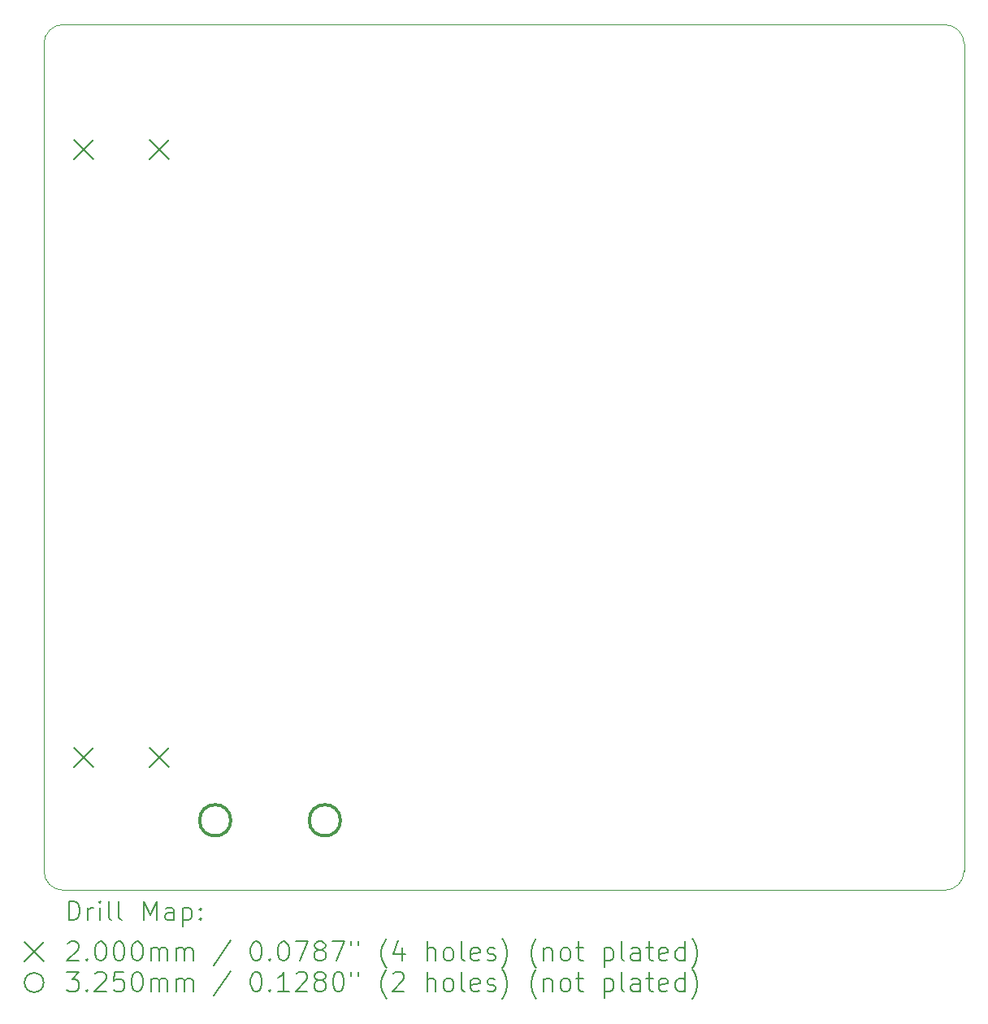
<source format=gbr>
%TF.GenerationSoftware,KiCad,Pcbnew,8.0.5*%
%TF.CreationDate,2025-04-09T01:05:41+01:00*%
%TF.ProjectId,OBC2,4f424332-2e6b-4696-9361-645f70636258,A*%
%TF.SameCoordinates,Original*%
%TF.FileFunction,Drillmap*%
%TF.FilePolarity,Positive*%
%FSLAX45Y45*%
G04 Gerber Fmt 4.5, Leading zero omitted, Abs format (unit mm)*
G04 Created by KiCad (PCBNEW 8.0.5) date 2025-04-09 01:05:41*
%MOMM*%
%LPD*%
G01*
G04 APERTURE LIST*
%ADD10C,0.050000*%
%ADD11C,0.200000*%
%ADD12C,0.325000*%
G04 APERTURE END LIST*
D10*
X14588500Y-13817000D02*
G75*
G02*
X14388500Y-14017000I-200000J0D01*
G01*
X14388500Y-14017000D02*
X5200000Y-14017000D01*
X5000000Y-13817000D02*
X5000000Y-5200000D01*
X14388500Y-5000000D02*
G75*
G02*
X14588500Y-5200000I0J-200000D01*
G01*
X14588500Y-5200000D02*
X14588500Y-13817000D01*
X5000000Y-5200000D02*
G75*
G02*
X5200000Y-5000000I200000J0D01*
G01*
X5200000Y-14017000D02*
G75*
G02*
X5000000Y-13817000I0J200000D01*
G01*
X5200000Y-5000000D02*
X14388500Y-5000000D01*
D11*
X5314500Y-6198500D02*
X5514500Y-6398500D01*
X5514500Y-6198500D02*
X5314500Y-6398500D01*
X5314500Y-12533500D02*
X5514500Y-12733500D01*
X5514500Y-12533500D02*
X5314500Y-12733500D01*
X6101500Y-6198500D02*
X6301500Y-6398500D01*
X6301500Y-6198500D02*
X6101500Y-6398500D01*
X6101500Y-12533500D02*
X6301500Y-12733500D01*
X6301500Y-12533500D02*
X6101500Y-12733500D01*
D12*
X6946500Y-13289000D02*
G75*
G02*
X6621500Y-13289000I-162500J0D01*
G01*
X6621500Y-13289000D02*
G75*
G02*
X6946500Y-13289000I162500J0D01*
G01*
X8089500Y-13289000D02*
G75*
G02*
X7764500Y-13289000I-162500J0D01*
G01*
X7764500Y-13289000D02*
G75*
G02*
X8089500Y-13289000I162500J0D01*
G01*
D11*
X5258277Y-14330984D02*
X5258277Y-14130984D01*
X5258277Y-14130984D02*
X5305896Y-14130984D01*
X5305896Y-14130984D02*
X5334467Y-14140508D01*
X5334467Y-14140508D02*
X5353515Y-14159555D01*
X5353515Y-14159555D02*
X5363039Y-14178603D01*
X5363039Y-14178603D02*
X5372563Y-14216698D01*
X5372563Y-14216698D02*
X5372563Y-14245269D01*
X5372563Y-14245269D02*
X5363039Y-14283365D01*
X5363039Y-14283365D02*
X5353515Y-14302412D01*
X5353515Y-14302412D02*
X5334467Y-14321460D01*
X5334467Y-14321460D02*
X5305896Y-14330984D01*
X5305896Y-14330984D02*
X5258277Y-14330984D01*
X5458277Y-14330984D02*
X5458277Y-14197650D01*
X5458277Y-14235746D02*
X5467801Y-14216698D01*
X5467801Y-14216698D02*
X5477324Y-14207174D01*
X5477324Y-14207174D02*
X5496372Y-14197650D01*
X5496372Y-14197650D02*
X5515420Y-14197650D01*
X5582086Y-14330984D02*
X5582086Y-14197650D01*
X5582086Y-14130984D02*
X5572563Y-14140508D01*
X5572563Y-14140508D02*
X5582086Y-14150031D01*
X5582086Y-14150031D02*
X5591610Y-14140508D01*
X5591610Y-14140508D02*
X5582086Y-14130984D01*
X5582086Y-14130984D02*
X5582086Y-14150031D01*
X5705896Y-14330984D02*
X5686848Y-14321460D01*
X5686848Y-14321460D02*
X5677324Y-14302412D01*
X5677324Y-14302412D02*
X5677324Y-14130984D01*
X5810658Y-14330984D02*
X5791610Y-14321460D01*
X5791610Y-14321460D02*
X5782086Y-14302412D01*
X5782086Y-14302412D02*
X5782086Y-14130984D01*
X6039229Y-14330984D02*
X6039229Y-14130984D01*
X6039229Y-14130984D02*
X6105896Y-14273841D01*
X6105896Y-14273841D02*
X6172562Y-14130984D01*
X6172562Y-14130984D02*
X6172562Y-14330984D01*
X6353515Y-14330984D02*
X6353515Y-14226222D01*
X6353515Y-14226222D02*
X6343991Y-14207174D01*
X6343991Y-14207174D02*
X6324943Y-14197650D01*
X6324943Y-14197650D02*
X6286848Y-14197650D01*
X6286848Y-14197650D02*
X6267801Y-14207174D01*
X6353515Y-14321460D02*
X6334467Y-14330984D01*
X6334467Y-14330984D02*
X6286848Y-14330984D01*
X6286848Y-14330984D02*
X6267801Y-14321460D01*
X6267801Y-14321460D02*
X6258277Y-14302412D01*
X6258277Y-14302412D02*
X6258277Y-14283365D01*
X6258277Y-14283365D02*
X6267801Y-14264317D01*
X6267801Y-14264317D02*
X6286848Y-14254793D01*
X6286848Y-14254793D02*
X6334467Y-14254793D01*
X6334467Y-14254793D02*
X6353515Y-14245269D01*
X6448753Y-14197650D02*
X6448753Y-14397650D01*
X6448753Y-14207174D02*
X6467801Y-14197650D01*
X6467801Y-14197650D02*
X6505896Y-14197650D01*
X6505896Y-14197650D02*
X6524943Y-14207174D01*
X6524943Y-14207174D02*
X6534467Y-14216698D01*
X6534467Y-14216698D02*
X6543991Y-14235746D01*
X6543991Y-14235746D02*
X6543991Y-14292888D01*
X6543991Y-14292888D02*
X6534467Y-14311936D01*
X6534467Y-14311936D02*
X6524943Y-14321460D01*
X6524943Y-14321460D02*
X6505896Y-14330984D01*
X6505896Y-14330984D02*
X6467801Y-14330984D01*
X6467801Y-14330984D02*
X6448753Y-14321460D01*
X6629705Y-14311936D02*
X6639229Y-14321460D01*
X6639229Y-14321460D02*
X6629705Y-14330984D01*
X6629705Y-14330984D02*
X6620182Y-14321460D01*
X6620182Y-14321460D02*
X6629705Y-14311936D01*
X6629705Y-14311936D02*
X6629705Y-14330984D01*
X6629705Y-14207174D02*
X6639229Y-14216698D01*
X6639229Y-14216698D02*
X6629705Y-14226222D01*
X6629705Y-14226222D02*
X6620182Y-14216698D01*
X6620182Y-14216698D02*
X6629705Y-14207174D01*
X6629705Y-14207174D02*
X6629705Y-14226222D01*
X4797500Y-14559500D02*
X4997500Y-14759500D01*
X4997500Y-14559500D02*
X4797500Y-14759500D01*
X5248753Y-14570031D02*
X5258277Y-14560508D01*
X5258277Y-14560508D02*
X5277324Y-14550984D01*
X5277324Y-14550984D02*
X5324944Y-14550984D01*
X5324944Y-14550984D02*
X5343991Y-14560508D01*
X5343991Y-14560508D02*
X5353515Y-14570031D01*
X5353515Y-14570031D02*
X5363039Y-14589079D01*
X5363039Y-14589079D02*
X5363039Y-14608127D01*
X5363039Y-14608127D02*
X5353515Y-14636698D01*
X5353515Y-14636698D02*
X5239229Y-14750984D01*
X5239229Y-14750984D02*
X5363039Y-14750984D01*
X5448753Y-14731936D02*
X5458277Y-14741460D01*
X5458277Y-14741460D02*
X5448753Y-14750984D01*
X5448753Y-14750984D02*
X5439229Y-14741460D01*
X5439229Y-14741460D02*
X5448753Y-14731936D01*
X5448753Y-14731936D02*
X5448753Y-14750984D01*
X5582086Y-14550984D02*
X5601134Y-14550984D01*
X5601134Y-14550984D02*
X5620182Y-14560508D01*
X5620182Y-14560508D02*
X5629705Y-14570031D01*
X5629705Y-14570031D02*
X5639229Y-14589079D01*
X5639229Y-14589079D02*
X5648753Y-14627174D01*
X5648753Y-14627174D02*
X5648753Y-14674793D01*
X5648753Y-14674793D02*
X5639229Y-14712888D01*
X5639229Y-14712888D02*
X5629705Y-14731936D01*
X5629705Y-14731936D02*
X5620182Y-14741460D01*
X5620182Y-14741460D02*
X5601134Y-14750984D01*
X5601134Y-14750984D02*
X5582086Y-14750984D01*
X5582086Y-14750984D02*
X5563039Y-14741460D01*
X5563039Y-14741460D02*
X5553515Y-14731936D01*
X5553515Y-14731936D02*
X5543991Y-14712888D01*
X5543991Y-14712888D02*
X5534467Y-14674793D01*
X5534467Y-14674793D02*
X5534467Y-14627174D01*
X5534467Y-14627174D02*
X5543991Y-14589079D01*
X5543991Y-14589079D02*
X5553515Y-14570031D01*
X5553515Y-14570031D02*
X5563039Y-14560508D01*
X5563039Y-14560508D02*
X5582086Y-14550984D01*
X5772562Y-14550984D02*
X5791610Y-14550984D01*
X5791610Y-14550984D02*
X5810658Y-14560508D01*
X5810658Y-14560508D02*
X5820182Y-14570031D01*
X5820182Y-14570031D02*
X5829705Y-14589079D01*
X5829705Y-14589079D02*
X5839229Y-14627174D01*
X5839229Y-14627174D02*
X5839229Y-14674793D01*
X5839229Y-14674793D02*
X5829705Y-14712888D01*
X5829705Y-14712888D02*
X5820182Y-14731936D01*
X5820182Y-14731936D02*
X5810658Y-14741460D01*
X5810658Y-14741460D02*
X5791610Y-14750984D01*
X5791610Y-14750984D02*
X5772562Y-14750984D01*
X5772562Y-14750984D02*
X5753515Y-14741460D01*
X5753515Y-14741460D02*
X5743991Y-14731936D01*
X5743991Y-14731936D02*
X5734467Y-14712888D01*
X5734467Y-14712888D02*
X5724943Y-14674793D01*
X5724943Y-14674793D02*
X5724943Y-14627174D01*
X5724943Y-14627174D02*
X5734467Y-14589079D01*
X5734467Y-14589079D02*
X5743991Y-14570031D01*
X5743991Y-14570031D02*
X5753515Y-14560508D01*
X5753515Y-14560508D02*
X5772562Y-14550984D01*
X5963039Y-14550984D02*
X5982086Y-14550984D01*
X5982086Y-14550984D02*
X6001134Y-14560508D01*
X6001134Y-14560508D02*
X6010658Y-14570031D01*
X6010658Y-14570031D02*
X6020182Y-14589079D01*
X6020182Y-14589079D02*
X6029705Y-14627174D01*
X6029705Y-14627174D02*
X6029705Y-14674793D01*
X6029705Y-14674793D02*
X6020182Y-14712888D01*
X6020182Y-14712888D02*
X6010658Y-14731936D01*
X6010658Y-14731936D02*
X6001134Y-14741460D01*
X6001134Y-14741460D02*
X5982086Y-14750984D01*
X5982086Y-14750984D02*
X5963039Y-14750984D01*
X5963039Y-14750984D02*
X5943991Y-14741460D01*
X5943991Y-14741460D02*
X5934467Y-14731936D01*
X5934467Y-14731936D02*
X5924943Y-14712888D01*
X5924943Y-14712888D02*
X5915420Y-14674793D01*
X5915420Y-14674793D02*
X5915420Y-14627174D01*
X5915420Y-14627174D02*
X5924943Y-14589079D01*
X5924943Y-14589079D02*
X5934467Y-14570031D01*
X5934467Y-14570031D02*
X5943991Y-14560508D01*
X5943991Y-14560508D02*
X5963039Y-14550984D01*
X6115420Y-14750984D02*
X6115420Y-14617650D01*
X6115420Y-14636698D02*
X6124943Y-14627174D01*
X6124943Y-14627174D02*
X6143991Y-14617650D01*
X6143991Y-14617650D02*
X6172563Y-14617650D01*
X6172563Y-14617650D02*
X6191610Y-14627174D01*
X6191610Y-14627174D02*
X6201134Y-14646222D01*
X6201134Y-14646222D02*
X6201134Y-14750984D01*
X6201134Y-14646222D02*
X6210658Y-14627174D01*
X6210658Y-14627174D02*
X6229705Y-14617650D01*
X6229705Y-14617650D02*
X6258277Y-14617650D01*
X6258277Y-14617650D02*
X6277324Y-14627174D01*
X6277324Y-14627174D02*
X6286848Y-14646222D01*
X6286848Y-14646222D02*
X6286848Y-14750984D01*
X6382086Y-14750984D02*
X6382086Y-14617650D01*
X6382086Y-14636698D02*
X6391610Y-14627174D01*
X6391610Y-14627174D02*
X6410658Y-14617650D01*
X6410658Y-14617650D02*
X6439229Y-14617650D01*
X6439229Y-14617650D02*
X6458277Y-14627174D01*
X6458277Y-14627174D02*
X6467801Y-14646222D01*
X6467801Y-14646222D02*
X6467801Y-14750984D01*
X6467801Y-14646222D02*
X6477324Y-14627174D01*
X6477324Y-14627174D02*
X6496372Y-14617650D01*
X6496372Y-14617650D02*
X6524943Y-14617650D01*
X6524943Y-14617650D02*
X6543991Y-14627174D01*
X6543991Y-14627174D02*
X6553515Y-14646222D01*
X6553515Y-14646222D02*
X6553515Y-14750984D01*
X6943991Y-14541460D02*
X6772563Y-14798603D01*
X7201134Y-14550984D02*
X7220182Y-14550984D01*
X7220182Y-14550984D02*
X7239229Y-14560508D01*
X7239229Y-14560508D02*
X7248753Y-14570031D01*
X7248753Y-14570031D02*
X7258277Y-14589079D01*
X7258277Y-14589079D02*
X7267801Y-14627174D01*
X7267801Y-14627174D02*
X7267801Y-14674793D01*
X7267801Y-14674793D02*
X7258277Y-14712888D01*
X7258277Y-14712888D02*
X7248753Y-14731936D01*
X7248753Y-14731936D02*
X7239229Y-14741460D01*
X7239229Y-14741460D02*
X7220182Y-14750984D01*
X7220182Y-14750984D02*
X7201134Y-14750984D01*
X7201134Y-14750984D02*
X7182086Y-14741460D01*
X7182086Y-14741460D02*
X7172563Y-14731936D01*
X7172563Y-14731936D02*
X7163039Y-14712888D01*
X7163039Y-14712888D02*
X7153515Y-14674793D01*
X7153515Y-14674793D02*
X7153515Y-14627174D01*
X7153515Y-14627174D02*
X7163039Y-14589079D01*
X7163039Y-14589079D02*
X7172563Y-14570031D01*
X7172563Y-14570031D02*
X7182086Y-14560508D01*
X7182086Y-14560508D02*
X7201134Y-14550984D01*
X7353515Y-14731936D02*
X7363039Y-14741460D01*
X7363039Y-14741460D02*
X7353515Y-14750984D01*
X7353515Y-14750984D02*
X7343991Y-14741460D01*
X7343991Y-14741460D02*
X7353515Y-14731936D01*
X7353515Y-14731936D02*
X7353515Y-14750984D01*
X7486848Y-14550984D02*
X7505896Y-14550984D01*
X7505896Y-14550984D02*
X7524944Y-14560508D01*
X7524944Y-14560508D02*
X7534467Y-14570031D01*
X7534467Y-14570031D02*
X7543991Y-14589079D01*
X7543991Y-14589079D02*
X7553515Y-14627174D01*
X7553515Y-14627174D02*
X7553515Y-14674793D01*
X7553515Y-14674793D02*
X7543991Y-14712888D01*
X7543991Y-14712888D02*
X7534467Y-14731936D01*
X7534467Y-14731936D02*
X7524944Y-14741460D01*
X7524944Y-14741460D02*
X7505896Y-14750984D01*
X7505896Y-14750984D02*
X7486848Y-14750984D01*
X7486848Y-14750984D02*
X7467801Y-14741460D01*
X7467801Y-14741460D02*
X7458277Y-14731936D01*
X7458277Y-14731936D02*
X7448753Y-14712888D01*
X7448753Y-14712888D02*
X7439229Y-14674793D01*
X7439229Y-14674793D02*
X7439229Y-14627174D01*
X7439229Y-14627174D02*
X7448753Y-14589079D01*
X7448753Y-14589079D02*
X7458277Y-14570031D01*
X7458277Y-14570031D02*
X7467801Y-14560508D01*
X7467801Y-14560508D02*
X7486848Y-14550984D01*
X7620182Y-14550984D02*
X7753515Y-14550984D01*
X7753515Y-14550984D02*
X7667801Y-14750984D01*
X7858277Y-14636698D02*
X7839229Y-14627174D01*
X7839229Y-14627174D02*
X7829706Y-14617650D01*
X7829706Y-14617650D02*
X7820182Y-14598603D01*
X7820182Y-14598603D02*
X7820182Y-14589079D01*
X7820182Y-14589079D02*
X7829706Y-14570031D01*
X7829706Y-14570031D02*
X7839229Y-14560508D01*
X7839229Y-14560508D02*
X7858277Y-14550984D01*
X7858277Y-14550984D02*
X7896372Y-14550984D01*
X7896372Y-14550984D02*
X7915420Y-14560508D01*
X7915420Y-14560508D02*
X7924944Y-14570031D01*
X7924944Y-14570031D02*
X7934467Y-14589079D01*
X7934467Y-14589079D02*
X7934467Y-14598603D01*
X7934467Y-14598603D02*
X7924944Y-14617650D01*
X7924944Y-14617650D02*
X7915420Y-14627174D01*
X7915420Y-14627174D02*
X7896372Y-14636698D01*
X7896372Y-14636698D02*
X7858277Y-14636698D01*
X7858277Y-14636698D02*
X7839229Y-14646222D01*
X7839229Y-14646222D02*
X7829706Y-14655746D01*
X7829706Y-14655746D02*
X7820182Y-14674793D01*
X7820182Y-14674793D02*
X7820182Y-14712888D01*
X7820182Y-14712888D02*
X7829706Y-14731936D01*
X7829706Y-14731936D02*
X7839229Y-14741460D01*
X7839229Y-14741460D02*
X7858277Y-14750984D01*
X7858277Y-14750984D02*
X7896372Y-14750984D01*
X7896372Y-14750984D02*
X7915420Y-14741460D01*
X7915420Y-14741460D02*
X7924944Y-14731936D01*
X7924944Y-14731936D02*
X7934467Y-14712888D01*
X7934467Y-14712888D02*
X7934467Y-14674793D01*
X7934467Y-14674793D02*
X7924944Y-14655746D01*
X7924944Y-14655746D02*
X7915420Y-14646222D01*
X7915420Y-14646222D02*
X7896372Y-14636698D01*
X8001134Y-14550984D02*
X8134467Y-14550984D01*
X8134467Y-14550984D02*
X8048753Y-14750984D01*
X8201134Y-14550984D02*
X8201134Y-14589079D01*
X8277325Y-14550984D02*
X8277325Y-14589079D01*
X8572563Y-14827174D02*
X8563039Y-14817650D01*
X8563039Y-14817650D02*
X8543991Y-14789079D01*
X8543991Y-14789079D02*
X8534468Y-14770031D01*
X8534468Y-14770031D02*
X8524944Y-14741460D01*
X8524944Y-14741460D02*
X8515420Y-14693841D01*
X8515420Y-14693841D02*
X8515420Y-14655746D01*
X8515420Y-14655746D02*
X8524944Y-14608127D01*
X8524944Y-14608127D02*
X8534468Y-14579555D01*
X8534468Y-14579555D02*
X8543991Y-14560508D01*
X8543991Y-14560508D02*
X8563039Y-14531936D01*
X8563039Y-14531936D02*
X8572563Y-14522412D01*
X8734468Y-14617650D02*
X8734468Y-14750984D01*
X8686849Y-14541460D02*
X8639230Y-14684317D01*
X8639230Y-14684317D02*
X8763039Y-14684317D01*
X8991611Y-14750984D02*
X8991611Y-14550984D01*
X9077325Y-14750984D02*
X9077325Y-14646222D01*
X9077325Y-14646222D02*
X9067801Y-14627174D01*
X9067801Y-14627174D02*
X9048753Y-14617650D01*
X9048753Y-14617650D02*
X9020182Y-14617650D01*
X9020182Y-14617650D02*
X9001134Y-14627174D01*
X9001134Y-14627174D02*
X8991611Y-14636698D01*
X9201134Y-14750984D02*
X9182087Y-14741460D01*
X9182087Y-14741460D02*
X9172563Y-14731936D01*
X9172563Y-14731936D02*
X9163039Y-14712888D01*
X9163039Y-14712888D02*
X9163039Y-14655746D01*
X9163039Y-14655746D02*
X9172563Y-14636698D01*
X9172563Y-14636698D02*
X9182087Y-14627174D01*
X9182087Y-14627174D02*
X9201134Y-14617650D01*
X9201134Y-14617650D02*
X9229706Y-14617650D01*
X9229706Y-14617650D02*
X9248753Y-14627174D01*
X9248753Y-14627174D02*
X9258277Y-14636698D01*
X9258277Y-14636698D02*
X9267801Y-14655746D01*
X9267801Y-14655746D02*
X9267801Y-14712888D01*
X9267801Y-14712888D02*
X9258277Y-14731936D01*
X9258277Y-14731936D02*
X9248753Y-14741460D01*
X9248753Y-14741460D02*
X9229706Y-14750984D01*
X9229706Y-14750984D02*
X9201134Y-14750984D01*
X9382087Y-14750984D02*
X9363039Y-14741460D01*
X9363039Y-14741460D02*
X9353515Y-14722412D01*
X9353515Y-14722412D02*
X9353515Y-14550984D01*
X9534468Y-14741460D02*
X9515420Y-14750984D01*
X9515420Y-14750984D02*
X9477325Y-14750984D01*
X9477325Y-14750984D02*
X9458277Y-14741460D01*
X9458277Y-14741460D02*
X9448753Y-14722412D01*
X9448753Y-14722412D02*
X9448753Y-14646222D01*
X9448753Y-14646222D02*
X9458277Y-14627174D01*
X9458277Y-14627174D02*
X9477325Y-14617650D01*
X9477325Y-14617650D02*
X9515420Y-14617650D01*
X9515420Y-14617650D02*
X9534468Y-14627174D01*
X9534468Y-14627174D02*
X9543992Y-14646222D01*
X9543992Y-14646222D02*
X9543992Y-14665269D01*
X9543992Y-14665269D02*
X9448753Y-14684317D01*
X9620182Y-14741460D02*
X9639230Y-14750984D01*
X9639230Y-14750984D02*
X9677325Y-14750984D01*
X9677325Y-14750984D02*
X9696373Y-14741460D01*
X9696373Y-14741460D02*
X9705896Y-14722412D01*
X9705896Y-14722412D02*
X9705896Y-14712888D01*
X9705896Y-14712888D02*
X9696373Y-14693841D01*
X9696373Y-14693841D02*
X9677325Y-14684317D01*
X9677325Y-14684317D02*
X9648753Y-14684317D01*
X9648753Y-14684317D02*
X9629706Y-14674793D01*
X9629706Y-14674793D02*
X9620182Y-14655746D01*
X9620182Y-14655746D02*
X9620182Y-14646222D01*
X9620182Y-14646222D02*
X9629706Y-14627174D01*
X9629706Y-14627174D02*
X9648753Y-14617650D01*
X9648753Y-14617650D02*
X9677325Y-14617650D01*
X9677325Y-14617650D02*
X9696373Y-14627174D01*
X9772563Y-14827174D02*
X9782087Y-14817650D01*
X9782087Y-14817650D02*
X9801134Y-14789079D01*
X9801134Y-14789079D02*
X9810658Y-14770031D01*
X9810658Y-14770031D02*
X9820182Y-14741460D01*
X9820182Y-14741460D02*
X9829706Y-14693841D01*
X9829706Y-14693841D02*
X9829706Y-14655746D01*
X9829706Y-14655746D02*
X9820182Y-14608127D01*
X9820182Y-14608127D02*
X9810658Y-14579555D01*
X9810658Y-14579555D02*
X9801134Y-14560508D01*
X9801134Y-14560508D02*
X9782087Y-14531936D01*
X9782087Y-14531936D02*
X9772563Y-14522412D01*
X10134468Y-14827174D02*
X10124944Y-14817650D01*
X10124944Y-14817650D02*
X10105896Y-14789079D01*
X10105896Y-14789079D02*
X10096373Y-14770031D01*
X10096373Y-14770031D02*
X10086849Y-14741460D01*
X10086849Y-14741460D02*
X10077325Y-14693841D01*
X10077325Y-14693841D02*
X10077325Y-14655746D01*
X10077325Y-14655746D02*
X10086849Y-14608127D01*
X10086849Y-14608127D02*
X10096373Y-14579555D01*
X10096373Y-14579555D02*
X10105896Y-14560508D01*
X10105896Y-14560508D02*
X10124944Y-14531936D01*
X10124944Y-14531936D02*
X10134468Y-14522412D01*
X10210658Y-14617650D02*
X10210658Y-14750984D01*
X10210658Y-14636698D02*
X10220182Y-14627174D01*
X10220182Y-14627174D02*
X10239230Y-14617650D01*
X10239230Y-14617650D02*
X10267801Y-14617650D01*
X10267801Y-14617650D02*
X10286849Y-14627174D01*
X10286849Y-14627174D02*
X10296373Y-14646222D01*
X10296373Y-14646222D02*
X10296373Y-14750984D01*
X10420182Y-14750984D02*
X10401134Y-14741460D01*
X10401134Y-14741460D02*
X10391611Y-14731936D01*
X10391611Y-14731936D02*
X10382087Y-14712888D01*
X10382087Y-14712888D02*
X10382087Y-14655746D01*
X10382087Y-14655746D02*
X10391611Y-14636698D01*
X10391611Y-14636698D02*
X10401134Y-14627174D01*
X10401134Y-14627174D02*
X10420182Y-14617650D01*
X10420182Y-14617650D02*
X10448754Y-14617650D01*
X10448754Y-14617650D02*
X10467801Y-14627174D01*
X10467801Y-14627174D02*
X10477325Y-14636698D01*
X10477325Y-14636698D02*
X10486849Y-14655746D01*
X10486849Y-14655746D02*
X10486849Y-14712888D01*
X10486849Y-14712888D02*
X10477325Y-14731936D01*
X10477325Y-14731936D02*
X10467801Y-14741460D01*
X10467801Y-14741460D02*
X10448754Y-14750984D01*
X10448754Y-14750984D02*
X10420182Y-14750984D01*
X10543992Y-14617650D02*
X10620182Y-14617650D01*
X10572563Y-14550984D02*
X10572563Y-14722412D01*
X10572563Y-14722412D02*
X10582087Y-14741460D01*
X10582087Y-14741460D02*
X10601134Y-14750984D01*
X10601134Y-14750984D02*
X10620182Y-14750984D01*
X10839230Y-14617650D02*
X10839230Y-14817650D01*
X10839230Y-14627174D02*
X10858277Y-14617650D01*
X10858277Y-14617650D02*
X10896373Y-14617650D01*
X10896373Y-14617650D02*
X10915420Y-14627174D01*
X10915420Y-14627174D02*
X10924944Y-14636698D01*
X10924944Y-14636698D02*
X10934468Y-14655746D01*
X10934468Y-14655746D02*
X10934468Y-14712888D01*
X10934468Y-14712888D02*
X10924944Y-14731936D01*
X10924944Y-14731936D02*
X10915420Y-14741460D01*
X10915420Y-14741460D02*
X10896373Y-14750984D01*
X10896373Y-14750984D02*
X10858277Y-14750984D01*
X10858277Y-14750984D02*
X10839230Y-14741460D01*
X11048754Y-14750984D02*
X11029706Y-14741460D01*
X11029706Y-14741460D02*
X11020182Y-14722412D01*
X11020182Y-14722412D02*
X11020182Y-14550984D01*
X11210658Y-14750984D02*
X11210658Y-14646222D01*
X11210658Y-14646222D02*
X11201134Y-14627174D01*
X11201134Y-14627174D02*
X11182087Y-14617650D01*
X11182087Y-14617650D02*
X11143992Y-14617650D01*
X11143992Y-14617650D02*
X11124944Y-14627174D01*
X11210658Y-14741460D02*
X11191611Y-14750984D01*
X11191611Y-14750984D02*
X11143992Y-14750984D01*
X11143992Y-14750984D02*
X11124944Y-14741460D01*
X11124944Y-14741460D02*
X11115420Y-14722412D01*
X11115420Y-14722412D02*
X11115420Y-14703365D01*
X11115420Y-14703365D02*
X11124944Y-14684317D01*
X11124944Y-14684317D02*
X11143992Y-14674793D01*
X11143992Y-14674793D02*
X11191611Y-14674793D01*
X11191611Y-14674793D02*
X11210658Y-14665269D01*
X11277325Y-14617650D02*
X11353515Y-14617650D01*
X11305896Y-14550984D02*
X11305896Y-14722412D01*
X11305896Y-14722412D02*
X11315420Y-14741460D01*
X11315420Y-14741460D02*
X11334468Y-14750984D01*
X11334468Y-14750984D02*
X11353515Y-14750984D01*
X11496373Y-14741460D02*
X11477325Y-14750984D01*
X11477325Y-14750984D02*
X11439230Y-14750984D01*
X11439230Y-14750984D02*
X11420182Y-14741460D01*
X11420182Y-14741460D02*
X11410658Y-14722412D01*
X11410658Y-14722412D02*
X11410658Y-14646222D01*
X11410658Y-14646222D02*
X11420182Y-14627174D01*
X11420182Y-14627174D02*
X11439230Y-14617650D01*
X11439230Y-14617650D02*
X11477325Y-14617650D01*
X11477325Y-14617650D02*
X11496373Y-14627174D01*
X11496373Y-14627174D02*
X11505896Y-14646222D01*
X11505896Y-14646222D02*
X11505896Y-14665269D01*
X11505896Y-14665269D02*
X11410658Y-14684317D01*
X11677325Y-14750984D02*
X11677325Y-14550984D01*
X11677325Y-14741460D02*
X11658277Y-14750984D01*
X11658277Y-14750984D02*
X11620182Y-14750984D01*
X11620182Y-14750984D02*
X11601134Y-14741460D01*
X11601134Y-14741460D02*
X11591611Y-14731936D01*
X11591611Y-14731936D02*
X11582087Y-14712888D01*
X11582087Y-14712888D02*
X11582087Y-14655746D01*
X11582087Y-14655746D02*
X11591611Y-14636698D01*
X11591611Y-14636698D02*
X11601134Y-14627174D01*
X11601134Y-14627174D02*
X11620182Y-14617650D01*
X11620182Y-14617650D02*
X11658277Y-14617650D01*
X11658277Y-14617650D02*
X11677325Y-14627174D01*
X11753515Y-14827174D02*
X11763039Y-14817650D01*
X11763039Y-14817650D02*
X11782087Y-14789079D01*
X11782087Y-14789079D02*
X11791611Y-14770031D01*
X11791611Y-14770031D02*
X11801134Y-14741460D01*
X11801134Y-14741460D02*
X11810658Y-14693841D01*
X11810658Y-14693841D02*
X11810658Y-14655746D01*
X11810658Y-14655746D02*
X11801134Y-14608127D01*
X11801134Y-14608127D02*
X11791611Y-14579555D01*
X11791611Y-14579555D02*
X11782087Y-14560508D01*
X11782087Y-14560508D02*
X11763039Y-14531936D01*
X11763039Y-14531936D02*
X11753515Y-14522412D01*
X4997500Y-14979500D02*
G75*
G02*
X4797500Y-14979500I-100000J0D01*
G01*
X4797500Y-14979500D02*
G75*
G02*
X4997500Y-14979500I100000J0D01*
G01*
X5239229Y-14870984D02*
X5363039Y-14870984D01*
X5363039Y-14870984D02*
X5296372Y-14947174D01*
X5296372Y-14947174D02*
X5324944Y-14947174D01*
X5324944Y-14947174D02*
X5343991Y-14956698D01*
X5343991Y-14956698D02*
X5353515Y-14966222D01*
X5353515Y-14966222D02*
X5363039Y-14985269D01*
X5363039Y-14985269D02*
X5363039Y-15032888D01*
X5363039Y-15032888D02*
X5353515Y-15051936D01*
X5353515Y-15051936D02*
X5343991Y-15061460D01*
X5343991Y-15061460D02*
X5324944Y-15070984D01*
X5324944Y-15070984D02*
X5267801Y-15070984D01*
X5267801Y-15070984D02*
X5248753Y-15061460D01*
X5248753Y-15061460D02*
X5239229Y-15051936D01*
X5448753Y-15051936D02*
X5458277Y-15061460D01*
X5458277Y-15061460D02*
X5448753Y-15070984D01*
X5448753Y-15070984D02*
X5439229Y-15061460D01*
X5439229Y-15061460D02*
X5448753Y-15051936D01*
X5448753Y-15051936D02*
X5448753Y-15070984D01*
X5534467Y-14890031D02*
X5543991Y-14880508D01*
X5543991Y-14880508D02*
X5563039Y-14870984D01*
X5563039Y-14870984D02*
X5610658Y-14870984D01*
X5610658Y-14870984D02*
X5629705Y-14880508D01*
X5629705Y-14880508D02*
X5639229Y-14890031D01*
X5639229Y-14890031D02*
X5648753Y-14909079D01*
X5648753Y-14909079D02*
X5648753Y-14928127D01*
X5648753Y-14928127D02*
X5639229Y-14956698D01*
X5639229Y-14956698D02*
X5524944Y-15070984D01*
X5524944Y-15070984D02*
X5648753Y-15070984D01*
X5829705Y-14870984D02*
X5734467Y-14870984D01*
X5734467Y-14870984D02*
X5724943Y-14966222D01*
X5724943Y-14966222D02*
X5734467Y-14956698D01*
X5734467Y-14956698D02*
X5753515Y-14947174D01*
X5753515Y-14947174D02*
X5801134Y-14947174D01*
X5801134Y-14947174D02*
X5820182Y-14956698D01*
X5820182Y-14956698D02*
X5829705Y-14966222D01*
X5829705Y-14966222D02*
X5839229Y-14985269D01*
X5839229Y-14985269D02*
X5839229Y-15032888D01*
X5839229Y-15032888D02*
X5829705Y-15051936D01*
X5829705Y-15051936D02*
X5820182Y-15061460D01*
X5820182Y-15061460D02*
X5801134Y-15070984D01*
X5801134Y-15070984D02*
X5753515Y-15070984D01*
X5753515Y-15070984D02*
X5734467Y-15061460D01*
X5734467Y-15061460D02*
X5724943Y-15051936D01*
X5963039Y-14870984D02*
X5982086Y-14870984D01*
X5982086Y-14870984D02*
X6001134Y-14880508D01*
X6001134Y-14880508D02*
X6010658Y-14890031D01*
X6010658Y-14890031D02*
X6020182Y-14909079D01*
X6020182Y-14909079D02*
X6029705Y-14947174D01*
X6029705Y-14947174D02*
X6029705Y-14994793D01*
X6029705Y-14994793D02*
X6020182Y-15032888D01*
X6020182Y-15032888D02*
X6010658Y-15051936D01*
X6010658Y-15051936D02*
X6001134Y-15061460D01*
X6001134Y-15061460D02*
X5982086Y-15070984D01*
X5982086Y-15070984D02*
X5963039Y-15070984D01*
X5963039Y-15070984D02*
X5943991Y-15061460D01*
X5943991Y-15061460D02*
X5934467Y-15051936D01*
X5934467Y-15051936D02*
X5924943Y-15032888D01*
X5924943Y-15032888D02*
X5915420Y-14994793D01*
X5915420Y-14994793D02*
X5915420Y-14947174D01*
X5915420Y-14947174D02*
X5924943Y-14909079D01*
X5924943Y-14909079D02*
X5934467Y-14890031D01*
X5934467Y-14890031D02*
X5943991Y-14880508D01*
X5943991Y-14880508D02*
X5963039Y-14870984D01*
X6115420Y-15070984D02*
X6115420Y-14937650D01*
X6115420Y-14956698D02*
X6124943Y-14947174D01*
X6124943Y-14947174D02*
X6143991Y-14937650D01*
X6143991Y-14937650D02*
X6172563Y-14937650D01*
X6172563Y-14937650D02*
X6191610Y-14947174D01*
X6191610Y-14947174D02*
X6201134Y-14966222D01*
X6201134Y-14966222D02*
X6201134Y-15070984D01*
X6201134Y-14966222D02*
X6210658Y-14947174D01*
X6210658Y-14947174D02*
X6229705Y-14937650D01*
X6229705Y-14937650D02*
X6258277Y-14937650D01*
X6258277Y-14937650D02*
X6277324Y-14947174D01*
X6277324Y-14947174D02*
X6286848Y-14966222D01*
X6286848Y-14966222D02*
X6286848Y-15070984D01*
X6382086Y-15070984D02*
X6382086Y-14937650D01*
X6382086Y-14956698D02*
X6391610Y-14947174D01*
X6391610Y-14947174D02*
X6410658Y-14937650D01*
X6410658Y-14937650D02*
X6439229Y-14937650D01*
X6439229Y-14937650D02*
X6458277Y-14947174D01*
X6458277Y-14947174D02*
X6467801Y-14966222D01*
X6467801Y-14966222D02*
X6467801Y-15070984D01*
X6467801Y-14966222D02*
X6477324Y-14947174D01*
X6477324Y-14947174D02*
X6496372Y-14937650D01*
X6496372Y-14937650D02*
X6524943Y-14937650D01*
X6524943Y-14937650D02*
X6543991Y-14947174D01*
X6543991Y-14947174D02*
X6553515Y-14966222D01*
X6553515Y-14966222D02*
X6553515Y-15070984D01*
X6943991Y-14861460D02*
X6772563Y-15118603D01*
X7201134Y-14870984D02*
X7220182Y-14870984D01*
X7220182Y-14870984D02*
X7239229Y-14880508D01*
X7239229Y-14880508D02*
X7248753Y-14890031D01*
X7248753Y-14890031D02*
X7258277Y-14909079D01*
X7258277Y-14909079D02*
X7267801Y-14947174D01*
X7267801Y-14947174D02*
X7267801Y-14994793D01*
X7267801Y-14994793D02*
X7258277Y-15032888D01*
X7258277Y-15032888D02*
X7248753Y-15051936D01*
X7248753Y-15051936D02*
X7239229Y-15061460D01*
X7239229Y-15061460D02*
X7220182Y-15070984D01*
X7220182Y-15070984D02*
X7201134Y-15070984D01*
X7201134Y-15070984D02*
X7182086Y-15061460D01*
X7182086Y-15061460D02*
X7172563Y-15051936D01*
X7172563Y-15051936D02*
X7163039Y-15032888D01*
X7163039Y-15032888D02*
X7153515Y-14994793D01*
X7153515Y-14994793D02*
X7153515Y-14947174D01*
X7153515Y-14947174D02*
X7163039Y-14909079D01*
X7163039Y-14909079D02*
X7172563Y-14890031D01*
X7172563Y-14890031D02*
X7182086Y-14880508D01*
X7182086Y-14880508D02*
X7201134Y-14870984D01*
X7353515Y-15051936D02*
X7363039Y-15061460D01*
X7363039Y-15061460D02*
X7353515Y-15070984D01*
X7353515Y-15070984D02*
X7343991Y-15061460D01*
X7343991Y-15061460D02*
X7353515Y-15051936D01*
X7353515Y-15051936D02*
X7353515Y-15070984D01*
X7553515Y-15070984D02*
X7439229Y-15070984D01*
X7496372Y-15070984D02*
X7496372Y-14870984D01*
X7496372Y-14870984D02*
X7477325Y-14899555D01*
X7477325Y-14899555D02*
X7458277Y-14918603D01*
X7458277Y-14918603D02*
X7439229Y-14928127D01*
X7629706Y-14890031D02*
X7639229Y-14880508D01*
X7639229Y-14880508D02*
X7658277Y-14870984D01*
X7658277Y-14870984D02*
X7705896Y-14870984D01*
X7705896Y-14870984D02*
X7724944Y-14880508D01*
X7724944Y-14880508D02*
X7734467Y-14890031D01*
X7734467Y-14890031D02*
X7743991Y-14909079D01*
X7743991Y-14909079D02*
X7743991Y-14928127D01*
X7743991Y-14928127D02*
X7734467Y-14956698D01*
X7734467Y-14956698D02*
X7620182Y-15070984D01*
X7620182Y-15070984D02*
X7743991Y-15070984D01*
X7858277Y-14956698D02*
X7839229Y-14947174D01*
X7839229Y-14947174D02*
X7829706Y-14937650D01*
X7829706Y-14937650D02*
X7820182Y-14918603D01*
X7820182Y-14918603D02*
X7820182Y-14909079D01*
X7820182Y-14909079D02*
X7829706Y-14890031D01*
X7829706Y-14890031D02*
X7839229Y-14880508D01*
X7839229Y-14880508D02*
X7858277Y-14870984D01*
X7858277Y-14870984D02*
X7896372Y-14870984D01*
X7896372Y-14870984D02*
X7915420Y-14880508D01*
X7915420Y-14880508D02*
X7924944Y-14890031D01*
X7924944Y-14890031D02*
X7934467Y-14909079D01*
X7934467Y-14909079D02*
X7934467Y-14918603D01*
X7934467Y-14918603D02*
X7924944Y-14937650D01*
X7924944Y-14937650D02*
X7915420Y-14947174D01*
X7915420Y-14947174D02*
X7896372Y-14956698D01*
X7896372Y-14956698D02*
X7858277Y-14956698D01*
X7858277Y-14956698D02*
X7839229Y-14966222D01*
X7839229Y-14966222D02*
X7829706Y-14975746D01*
X7829706Y-14975746D02*
X7820182Y-14994793D01*
X7820182Y-14994793D02*
X7820182Y-15032888D01*
X7820182Y-15032888D02*
X7829706Y-15051936D01*
X7829706Y-15051936D02*
X7839229Y-15061460D01*
X7839229Y-15061460D02*
X7858277Y-15070984D01*
X7858277Y-15070984D02*
X7896372Y-15070984D01*
X7896372Y-15070984D02*
X7915420Y-15061460D01*
X7915420Y-15061460D02*
X7924944Y-15051936D01*
X7924944Y-15051936D02*
X7934467Y-15032888D01*
X7934467Y-15032888D02*
X7934467Y-14994793D01*
X7934467Y-14994793D02*
X7924944Y-14975746D01*
X7924944Y-14975746D02*
X7915420Y-14966222D01*
X7915420Y-14966222D02*
X7896372Y-14956698D01*
X8058277Y-14870984D02*
X8077325Y-14870984D01*
X8077325Y-14870984D02*
X8096372Y-14880508D01*
X8096372Y-14880508D02*
X8105896Y-14890031D01*
X8105896Y-14890031D02*
X8115420Y-14909079D01*
X8115420Y-14909079D02*
X8124944Y-14947174D01*
X8124944Y-14947174D02*
X8124944Y-14994793D01*
X8124944Y-14994793D02*
X8115420Y-15032888D01*
X8115420Y-15032888D02*
X8105896Y-15051936D01*
X8105896Y-15051936D02*
X8096372Y-15061460D01*
X8096372Y-15061460D02*
X8077325Y-15070984D01*
X8077325Y-15070984D02*
X8058277Y-15070984D01*
X8058277Y-15070984D02*
X8039229Y-15061460D01*
X8039229Y-15061460D02*
X8029706Y-15051936D01*
X8029706Y-15051936D02*
X8020182Y-15032888D01*
X8020182Y-15032888D02*
X8010658Y-14994793D01*
X8010658Y-14994793D02*
X8010658Y-14947174D01*
X8010658Y-14947174D02*
X8020182Y-14909079D01*
X8020182Y-14909079D02*
X8029706Y-14890031D01*
X8029706Y-14890031D02*
X8039229Y-14880508D01*
X8039229Y-14880508D02*
X8058277Y-14870984D01*
X8201134Y-14870984D02*
X8201134Y-14909079D01*
X8277325Y-14870984D02*
X8277325Y-14909079D01*
X8572563Y-15147174D02*
X8563039Y-15137650D01*
X8563039Y-15137650D02*
X8543991Y-15109079D01*
X8543991Y-15109079D02*
X8534468Y-15090031D01*
X8534468Y-15090031D02*
X8524944Y-15061460D01*
X8524944Y-15061460D02*
X8515420Y-15013841D01*
X8515420Y-15013841D02*
X8515420Y-14975746D01*
X8515420Y-14975746D02*
X8524944Y-14928127D01*
X8524944Y-14928127D02*
X8534468Y-14899555D01*
X8534468Y-14899555D02*
X8543991Y-14880508D01*
X8543991Y-14880508D02*
X8563039Y-14851936D01*
X8563039Y-14851936D02*
X8572563Y-14842412D01*
X8639230Y-14890031D02*
X8648753Y-14880508D01*
X8648753Y-14880508D02*
X8667801Y-14870984D01*
X8667801Y-14870984D02*
X8715420Y-14870984D01*
X8715420Y-14870984D02*
X8734468Y-14880508D01*
X8734468Y-14880508D02*
X8743991Y-14890031D01*
X8743991Y-14890031D02*
X8753515Y-14909079D01*
X8753515Y-14909079D02*
X8753515Y-14928127D01*
X8753515Y-14928127D02*
X8743991Y-14956698D01*
X8743991Y-14956698D02*
X8629706Y-15070984D01*
X8629706Y-15070984D02*
X8753515Y-15070984D01*
X8991611Y-15070984D02*
X8991611Y-14870984D01*
X9077325Y-15070984D02*
X9077325Y-14966222D01*
X9077325Y-14966222D02*
X9067801Y-14947174D01*
X9067801Y-14947174D02*
X9048753Y-14937650D01*
X9048753Y-14937650D02*
X9020182Y-14937650D01*
X9020182Y-14937650D02*
X9001134Y-14947174D01*
X9001134Y-14947174D02*
X8991611Y-14956698D01*
X9201134Y-15070984D02*
X9182087Y-15061460D01*
X9182087Y-15061460D02*
X9172563Y-15051936D01*
X9172563Y-15051936D02*
X9163039Y-15032888D01*
X9163039Y-15032888D02*
X9163039Y-14975746D01*
X9163039Y-14975746D02*
X9172563Y-14956698D01*
X9172563Y-14956698D02*
X9182087Y-14947174D01*
X9182087Y-14947174D02*
X9201134Y-14937650D01*
X9201134Y-14937650D02*
X9229706Y-14937650D01*
X9229706Y-14937650D02*
X9248753Y-14947174D01*
X9248753Y-14947174D02*
X9258277Y-14956698D01*
X9258277Y-14956698D02*
X9267801Y-14975746D01*
X9267801Y-14975746D02*
X9267801Y-15032888D01*
X9267801Y-15032888D02*
X9258277Y-15051936D01*
X9258277Y-15051936D02*
X9248753Y-15061460D01*
X9248753Y-15061460D02*
X9229706Y-15070984D01*
X9229706Y-15070984D02*
X9201134Y-15070984D01*
X9382087Y-15070984D02*
X9363039Y-15061460D01*
X9363039Y-15061460D02*
X9353515Y-15042412D01*
X9353515Y-15042412D02*
X9353515Y-14870984D01*
X9534468Y-15061460D02*
X9515420Y-15070984D01*
X9515420Y-15070984D02*
X9477325Y-15070984D01*
X9477325Y-15070984D02*
X9458277Y-15061460D01*
X9458277Y-15061460D02*
X9448753Y-15042412D01*
X9448753Y-15042412D02*
X9448753Y-14966222D01*
X9448753Y-14966222D02*
X9458277Y-14947174D01*
X9458277Y-14947174D02*
X9477325Y-14937650D01*
X9477325Y-14937650D02*
X9515420Y-14937650D01*
X9515420Y-14937650D02*
X9534468Y-14947174D01*
X9534468Y-14947174D02*
X9543992Y-14966222D01*
X9543992Y-14966222D02*
X9543992Y-14985269D01*
X9543992Y-14985269D02*
X9448753Y-15004317D01*
X9620182Y-15061460D02*
X9639230Y-15070984D01*
X9639230Y-15070984D02*
X9677325Y-15070984D01*
X9677325Y-15070984D02*
X9696373Y-15061460D01*
X9696373Y-15061460D02*
X9705896Y-15042412D01*
X9705896Y-15042412D02*
X9705896Y-15032888D01*
X9705896Y-15032888D02*
X9696373Y-15013841D01*
X9696373Y-15013841D02*
X9677325Y-15004317D01*
X9677325Y-15004317D02*
X9648753Y-15004317D01*
X9648753Y-15004317D02*
X9629706Y-14994793D01*
X9629706Y-14994793D02*
X9620182Y-14975746D01*
X9620182Y-14975746D02*
X9620182Y-14966222D01*
X9620182Y-14966222D02*
X9629706Y-14947174D01*
X9629706Y-14947174D02*
X9648753Y-14937650D01*
X9648753Y-14937650D02*
X9677325Y-14937650D01*
X9677325Y-14937650D02*
X9696373Y-14947174D01*
X9772563Y-15147174D02*
X9782087Y-15137650D01*
X9782087Y-15137650D02*
X9801134Y-15109079D01*
X9801134Y-15109079D02*
X9810658Y-15090031D01*
X9810658Y-15090031D02*
X9820182Y-15061460D01*
X9820182Y-15061460D02*
X9829706Y-15013841D01*
X9829706Y-15013841D02*
X9829706Y-14975746D01*
X9829706Y-14975746D02*
X9820182Y-14928127D01*
X9820182Y-14928127D02*
X9810658Y-14899555D01*
X9810658Y-14899555D02*
X9801134Y-14880508D01*
X9801134Y-14880508D02*
X9782087Y-14851936D01*
X9782087Y-14851936D02*
X9772563Y-14842412D01*
X10134468Y-15147174D02*
X10124944Y-15137650D01*
X10124944Y-15137650D02*
X10105896Y-15109079D01*
X10105896Y-15109079D02*
X10096373Y-15090031D01*
X10096373Y-15090031D02*
X10086849Y-15061460D01*
X10086849Y-15061460D02*
X10077325Y-15013841D01*
X10077325Y-15013841D02*
X10077325Y-14975746D01*
X10077325Y-14975746D02*
X10086849Y-14928127D01*
X10086849Y-14928127D02*
X10096373Y-14899555D01*
X10096373Y-14899555D02*
X10105896Y-14880508D01*
X10105896Y-14880508D02*
X10124944Y-14851936D01*
X10124944Y-14851936D02*
X10134468Y-14842412D01*
X10210658Y-14937650D02*
X10210658Y-15070984D01*
X10210658Y-14956698D02*
X10220182Y-14947174D01*
X10220182Y-14947174D02*
X10239230Y-14937650D01*
X10239230Y-14937650D02*
X10267801Y-14937650D01*
X10267801Y-14937650D02*
X10286849Y-14947174D01*
X10286849Y-14947174D02*
X10296373Y-14966222D01*
X10296373Y-14966222D02*
X10296373Y-15070984D01*
X10420182Y-15070984D02*
X10401134Y-15061460D01*
X10401134Y-15061460D02*
X10391611Y-15051936D01*
X10391611Y-15051936D02*
X10382087Y-15032888D01*
X10382087Y-15032888D02*
X10382087Y-14975746D01*
X10382087Y-14975746D02*
X10391611Y-14956698D01*
X10391611Y-14956698D02*
X10401134Y-14947174D01*
X10401134Y-14947174D02*
X10420182Y-14937650D01*
X10420182Y-14937650D02*
X10448754Y-14937650D01*
X10448754Y-14937650D02*
X10467801Y-14947174D01*
X10467801Y-14947174D02*
X10477325Y-14956698D01*
X10477325Y-14956698D02*
X10486849Y-14975746D01*
X10486849Y-14975746D02*
X10486849Y-15032888D01*
X10486849Y-15032888D02*
X10477325Y-15051936D01*
X10477325Y-15051936D02*
X10467801Y-15061460D01*
X10467801Y-15061460D02*
X10448754Y-15070984D01*
X10448754Y-15070984D02*
X10420182Y-15070984D01*
X10543992Y-14937650D02*
X10620182Y-14937650D01*
X10572563Y-14870984D02*
X10572563Y-15042412D01*
X10572563Y-15042412D02*
X10582087Y-15061460D01*
X10582087Y-15061460D02*
X10601134Y-15070984D01*
X10601134Y-15070984D02*
X10620182Y-15070984D01*
X10839230Y-14937650D02*
X10839230Y-15137650D01*
X10839230Y-14947174D02*
X10858277Y-14937650D01*
X10858277Y-14937650D02*
X10896373Y-14937650D01*
X10896373Y-14937650D02*
X10915420Y-14947174D01*
X10915420Y-14947174D02*
X10924944Y-14956698D01*
X10924944Y-14956698D02*
X10934468Y-14975746D01*
X10934468Y-14975746D02*
X10934468Y-15032888D01*
X10934468Y-15032888D02*
X10924944Y-15051936D01*
X10924944Y-15051936D02*
X10915420Y-15061460D01*
X10915420Y-15061460D02*
X10896373Y-15070984D01*
X10896373Y-15070984D02*
X10858277Y-15070984D01*
X10858277Y-15070984D02*
X10839230Y-15061460D01*
X11048754Y-15070984D02*
X11029706Y-15061460D01*
X11029706Y-15061460D02*
X11020182Y-15042412D01*
X11020182Y-15042412D02*
X11020182Y-14870984D01*
X11210658Y-15070984D02*
X11210658Y-14966222D01*
X11210658Y-14966222D02*
X11201134Y-14947174D01*
X11201134Y-14947174D02*
X11182087Y-14937650D01*
X11182087Y-14937650D02*
X11143992Y-14937650D01*
X11143992Y-14937650D02*
X11124944Y-14947174D01*
X11210658Y-15061460D02*
X11191611Y-15070984D01*
X11191611Y-15070984D02*
X11143992Y-15070984D01*
X11143992Y-15070984D02*
X11124944Y-15061460D01*
X11124944Y-15061460D02*
X11115420Y-15042412D01*
X11115420Y-15042412D02*
X11115420Y-15023365D01*
X11115420Y-15023365D02*
X11124944Y-15004317D01*
X11124944Y-15004317D02*
X11143992Y-14994793D01*
X11143992Y-14994793D02*
X11191611Y-14994793D01*
X11191611Y-14994793D02*
X11210658Y-14985269D01*
X11277325Y-14937650D02*
X11353515Y-14937650D01*
X11305896Y-14870984D02*
X11305896Y-15042412D01*
X11305896Y-15042412D02*
X11315420Y-15061460D01*
X11315420Y-15061460D02*
X11334468Y-15070984D01*
X11334468Y-15070984D02*
X11353515Y-15070984D01*
X11496373Y-15061460D02*
X11477325Y-15070984D01*
X11477325Y-15070984D02*
X11439230Y-15070984D01*
X11439230Y-15070984D02*
X11420182Y-15061460D01*
X11420182Y-15061460D02*
X11410658Y-15042412D01*
X11410658Y-15042412D02*
X11410658Y-14966222D01*
X11410658Y-14966222D02*
X11420182Y-14947174D01*
X11420182Y-14947174D02*
X11439230Y-14937650D01*
X11439230Y-14937650D02*
X11477325Y-14937650D01*
X11477325Y-14937650D02*
X11496373Y-14947174D01*
X11496373Y-14947174D02*
X11505896Y-14966222D01*
X11505896Y-14966222D02*
X11505896Y-14985269D01*
X11505896Y-14985269D02*
X11410658Y-15004317D01*
X11677325Y-15070984D02*
X11677325Y-14870984D01*
X11677325Y-15061460D02*
X11658277Y-15070984D01*
X11658277Y-15070984D02*
X11620182Y-15070984D01*
X11620182Y-15070984D02*
X11601134Y-15061460D01*
X11601134Y-15061460D02*
X11591611Y-15051936D01*
X11591611Y-15051936D02*
X11582087Y-15032888D01*
X11582087Y-15032888D02*
X11582087Y-14975746D01*
X11582087Y-14975746D02*
X11591611Y-14956698D01*
X11591611Y-14956698D02*
X11601134Y-14947174D01*
X11601134Y-14947174D02*
X11620182Y-14937650D01*
X11620182Y-14937650D02*
X11658277Y-14937650D01*
X11658277Y-14937650D02*
X11677325Y-14947174D01*
X11753515Y-15147174D02*
X11763039Y-15137650D01*
X11763039Y-15137650D02*
X11782087Y-15109079D01*
X11782087Y-15109079D02*
X11791611Y-15090031D01*
X11791611Y-15090031D02*
X11801134Y-15061460D01*
X11801134Y-15061460D02*
X11810658Y-15013841D01*
X11810658Y-15013841D02*
X11810658Y-14975746D01*
X11810658Y-14975746D02*
X11801134Y-14928127D01*
X11801134Y-14928127D02*
X11791611Y-14899555D01*
X11791611Y-14899555D02*
X11782087Y-14880508D01*
X11782087Y-14880508D02*
X11763039Y-14851936D01*
X11763039Y-14851936D02*
X11753515Y-14842412D01*
M02*

</source>
